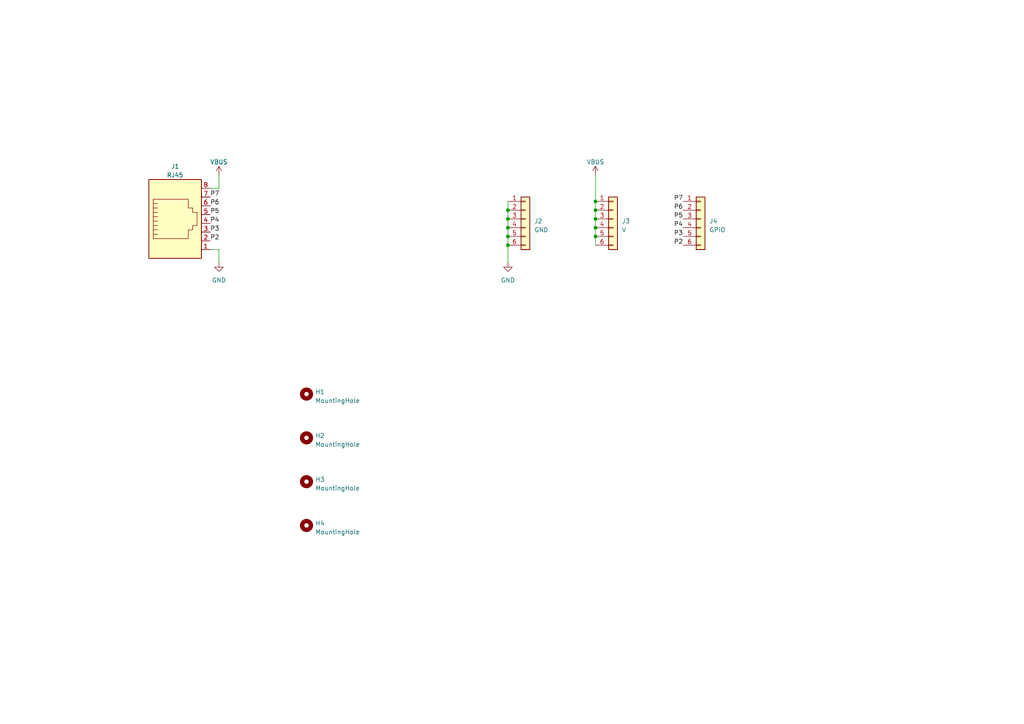
<source format=kicad_sch>
(kicad_sch (version 20230121) (generator eeschema)
  (paper "A4")
  (lib_symbols
    (symbol "Connector:RJ45" (pin_names (offset 1.016))
      (property "Reference" "J" (at -5.08 13.97 0))
      (property "Value" "RJ45" (at 2.54 13.97 0))
      (symbol "RJ45_0_1"
        (polyline (pts (xy -5.08 4.445) (xy -6.35 4.445)))
        (polyline (pts (xy -5.08 5.715) (xy -6.35 5.715)))
        (polyline (pts (xy -6.35 -3.175) (xy -5.08 -3.175) (xy -5.08 -3.175)))
        (polyline (pts (xy -6.35 -1.905) (xy -5.08 -1.905) (xy -5.08 -1.905)))
        (polyline (pts (xy -6.35 -0.635) (xy -5.08 -0.635) (xy -5.08 -0.635)))
        (polyline (pts (xy -6.35 0.635) (xy -5.08 0.635) (xy -5.08 0.635)))
        (polyline (pts (xy -6.35 1.905) (xy -5.08 1.905) (xy -5.08 1.905)))
        (polyline (pts (xy -5.08 3.175) (xy -6.35 3.175) (xy -6.35 3.175)))
        (polyline (pts (xy -6.35 -4.445) (xy -6.35 6.985) (xy 3.81 6.985) (xy 3.81 4.445) (xy 5.08 4.445) (xy 5.08 3.175) (xy 6.35 3.175) (xy 6.35 -0.635) (xy 5.08 -0.635) (xy 5.08 -1.905) (xy 3.81 -1.905) (xy 3.81 -4.445) (xy -6.35 -4.445) (xy -6.35 -4.445)))
        (rectangle (start 7.62 12.7) (end -7.62 -10.16) (stroke (width 0.254)) (fill (type background)))
      )
      (symbol "RJ45_1_1"
        (pin passive line (at 10.16 -7.62 180) (length 2.54) (name "~") (number "1"))
        (pin passive line (at 10.16 -5.08 180) (length 2.54) (name "~") (number "2"))
        (pin passive line (at 10.16 -2.54 180) (length 2.54) (name "~") (number "3"))
        (pin passive line (at 10.16 0 180) (length 2.54) (name "~") (number "4"))
        (pin passive line (at 10.16 2.54 180) (length 2.54) (name "~") (number "5"))
        (pin passive line (at 10.16 5.08 180) (length 2.54) (name "~") (number "6"))
        (pin passive line (at 10.16 7.62 180) (length 2.54) (name "~") (number "7"))
        (pin passive line (at 10.16 10.16 180) (length 2.54) (name "~") (number "8"))
      )
    )
    (symbol "Connector_Generic:Conn_01x06" (pin_names (offset 1.016) hide)
      (property "Reference" "J" (at 0 7.62 0))
      (property "Value" "Conn_01x06" (at 0 -10.16 0))
      (symbol "Conn_01x06_1_1"
        (rectangle (start -1.27 -7.493) (end 0 -7.747) (stroke (width 0.1524)))
        (rectangle (start -1.27 -4.953) (end 0 -5.207) (stroke (width 0.1524)))
        (rectangle (start -1.27 -2.413) (end 0 -2.667) (stroke (width 0.1524)))
        (rectangle (start -1.27 0.127) (end 0 -0.127) (stroke (width 0.1524)))
        (rectangle (start -1.27 2.667) (end 0 2.413) (stroke (width 0.1524)))
        (rectangle (start -1.27 5.207) (end 0 4.953) (stroke (width 0.1524)))
        (rectangle (start -1.27 6.35) (end 1.27 -8.89) (stroke (width 0.254)) (fill (type background)))
        (pin passive line (at -5.08 5.08 0) (length 3.81) (name "Pin_1") (number "1"))
        (pin passive line (at -5.08 2.54 0) (length 3.81) (name "Pin_2") (number "2"))
        (pin passive line (at -5.08 0 0) (length 3.81) (name "Pin_3") (number "3"))
        (pin passive line (at -5.08 -2.54 0) (length 3.81) (name "Pin_4") (number "4"))
        (pin passive line (at -5.08 -5.08 0) (length 3.81) (name "Pin_5") (number "5"))
        (pin passive line (at -5.08 -7.62 0) (length 3.81) (name "Pin_6") (number "6"))
      )
    )
    (symbol "Mechanical:MountingHole" (pin_names (offset 1.016))
      (property "Reference" "H" (at 0 5.08 0))
      (property "Value" "MountingHole" (at 0 3.175 0))
      (symbol "MountingHole_0_1"
        (circle (center 0 0) (radius 1.27) (stroke (width 1.27)))
      )
    )
    (symbol "power:GND" (power) (pin_names (offset 0))
      (property "Value" "GND" (at 0 -3.81 0))
      (symbol "GND_0_1"
        (polyline (pts (xy 0 0) (xy 0 -1.27) (xy 1.27 -1.27) (xy 0 -2.54) (xy -1.27 -1.27) (xy 0 -1.27)))
      )
      (symbol "GND_1_1"
        (pin power_in line (at 0 0 270) (length 0) hide (name "GND") (number "1"))
      )
    )
    (symbol "power:VBUS" (power) (pin_names (offset 0))
      (property "Value" "VBUS" (at 0 3.81 0))
      (symbol "VBUS_0_1"
        (polyline (pts (xy -0.762 1.27) (xy 0 2.54)))
        (polyline (pts (xy 0 0) (xy 0 2.54)))
        (polyline (pts (xy 0 2.54) (xy 0.762 1.27)))
      )
      (symbol "VBUS_1_1"
        (pin power_in line (at 0 0 90) (length 0) hide (name "VBUS") (number "1"))
      )
    )
  )
  (junction (at 147.32 63.5))
  (junction (at 172.72 58.42))
  (junction (at 172.72 66.04))
  (junction (at 172.72 63.5))
  (junction (at 147.32 66.04))
  (junction (at 147.32 60.96))
  (junction (at 147.32 68.58))
  (junction (at 147.32 71.12))
  (junction (at 172.72 60.96))
  (junction (at 172.72 68.58))
  (wire (pts (xy 147.32 71.12) (xy 147.32 76.2)))
  (wire (pts (xy 172.72 58.42) (xy 172.72 60.96)))
  (wire (pts (xy 60.96 54.61) (xy 63.5 54.61)))
  (wire (pts (xy 147.32 63.5) (xy 147.32 66.04)))
  (wire (pts (xy 147.32 58.42) (xy 147.32 60.96)))
  (wire (pts (xy 63.5 50.8) (xy 63.5 54.61)))
  (wire (pts (xy 147.32 66.04) (xy 147.32 68.58)))
  (wire (pts (xy 172.72 66.04) (xy 172.72 68.58)))
  (wire (pts (xy 172.72 68.58) (xy 172.72 71.12)))
  (wire (pts (xy 147.32 68.58) (xy 147.32 71.12)))
  (wire (pts (xy 172.72 60.96) (xy 172.72 63.5)))
  (wire (pts (xy 60.96 72.39) (xy 63.5 72.39)))
  (wire (pts (xy 147.32 60.96) (xy 147.32 63.5)))
  (wire (pts (xy 172.72 63.5) (xy 172.72 66.04)))
  (wire (pts (xy 63.5 72.39) (xy 63.5 76.2)))
  (wire (pts (xy 172.72 50.8) (xy 172.72 58.42)))
  (label "P5" (at 198.12 63.5 180))
  (label "P7" (at 60.96 57.15 0))
  (label "P6" (at 198.12 60.96 180))
  (label "P7" (at 198.12 58.42 180))
  (label "P4" (at 198.12 66.04 180))
  (label "P2" (at 60.96 69.85 0))
  (label "P3" (at 60.96 67.31 0))
  (label "P5" (at 60.96 62.23 0))
  (label "P2" (at 198.12 71.12 180))
  (label "P4" (at 60.96 64.77 0))
  (label "P3" (at 198.12 68.58 180))
  (label "P6" (at 60.96 59.69 0))
  (symbol (lib_id "Connector_Generic:Conn_01x06") (at 177.8 63.5 0) (unit 1)
    (property "Reference" "J3" (at 180.34 64.135 0) (effects (justify left)))
    (property "Value" "V" (at 180.34 66.675 0) (effects (justify left)))
    (property "Footprint" "Connector_PinHeader_2.54mm:PinHeader_1x06_P2.54mm_Vertical" (effects hide))
  )
  (symbol (lib_id "Mechanical:MountingHole") (at 88.9 152.4 0) (unit 1)
    (property "Reference" "H4" (at 91.44 151.765 0) (effects (justify left)))
    (property "Value" "MountingHole" (at 91.44 154.305 0) (effects (justify left)))
    (property "Footprint" "MountingHole:MountingHole_3.2mm_M3" (effects hide))
  )
  (symbol (lib_id "Mechanical:MountingHole") (at 88.9 114.3 0) (unit 1)
    (property "Reference" "H1" (at 91.44 113.665 0) (effects (justify left)))
    (property "Value" "MountingHole" (at 91.44 116.205 0) (effects (justify left)))
    (property "Footprint" "MountingHole:MountingHole_3.2mm_M3" (effects hide))
  )
  (symbol (lib_id "power:GND") (at 63.5 76.2 0) (unit 1)
    (property "Reference" "#PWR01" (effects hide))
    (property "Value" "GND" (at 63.5 81.28 0))
  )
  (symbol (lib_id "power:GND") (at 147.32 76.2 0) (unit 1)
    (property "Reference" "#PWR04" (effects hide))
    (property "Value" "GND" (at 147.32 81.28 0))
  )
  (symbol (lib_id "Connector:RJ45") (at 50.8 64.77 0) (unit 1)
    (property "Reference" "J1" (at 50.8 48.26 0))
    (property "Value" "RJ45" (at 50.8 50.8 0))
    (property "Footprint" "Connector_RJ:RJ45_Amphenol_54602-x08_Horizontal" (effects hide))
  )
  (symbol (lib_id "power:VBUS") (at 63.5 50.8 0) (unit 1)
    (property "Reference" "#PWR02" (effects hide))
    (property "Value" "VBUS" (at 63.5 46.99 0))
  )
  (symbol (lib_id "Connector_Generic:Conn_01x06") (at 152.4 63.5 0) (unit 1)
    (property "Reference" "J2" (at 154.94 64.135 0) (effects (justify left)))
    (property "Value" "GND" (at 154.94 66.675 0) (effects (justify left)))
    (property "Footprint" "Connector_PinHeader_2.54mm:PinHeader_1x06_P2.54mm_Vertical" (effects hide))
  )
  (symbol (lib_id "Mechanical:MountingHole") (at 88.9 139.7 0) (unit 1)
    (property "Reference" "H3" (at 91.44 139.065 0) (effects (justify left)))
    (property "Value" "MountingHole" (at 91.44 141.605 0) (effects (justify left)))
    (property "Footprint" "MountingHole:MountingHole_3.2mm_M3" (effects hide))
  )
  (symbol (lib_id "power:VBUS") (at 172.72 50.8 0) (unit 1)
    (property "Reference" "#PWR03" (effects hide))
    (property "Value" "VBUS" (at 172.72 46.99 0))
  )
  (symbol (lib_id "Connector_Generic:Conn_01x06") (at 203.2 63.5 0) (unit 1)
    (property "Reference" "J4" (at 205.74 64.135 0) (effects (justify left)))
    (property "Value" "GPIO" (at 205.74 66.675 0) (effects (justify left)))
    (property "Footprint" "Connector_PinHeader_2.54mm:PinHeader_1x06_P2.54mm_Vertical" (effects hide))
  )
  (symbol (lib_id "Mechanical:MountingHole") (at 88.9 127 0) (unit 1)
    (property "Reference" "H2" (at 91.44 126.365 0) (effects (justify left)))
    (property "Value" "MountingHole" (at 91.44 128.905 0) (effects (justify left)))
    (property "Footprint" "MountingHole:MountingHole_3.2mm_M3" (effects hide))
  )
)
</source>
